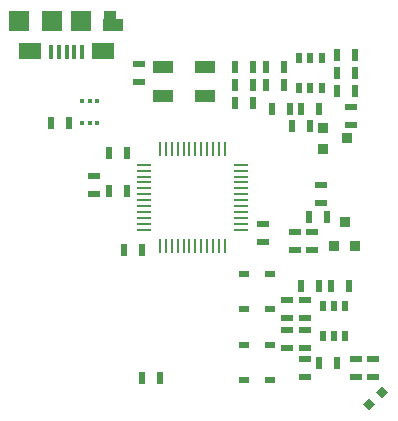
<source format=gbp>
G04 (created by PCBNEW (2013-07-07 BZR 4022)-stable) date 07/06/2014 15:45:15*
%MOIN*%
G04 Gerber Fmt 3.4, Leading zero omitted, Abs format*
%FSLAX34Y34*%
G01*
G70*
G90*
G04 APERTURE LIST*
%ADD10C,0.00590551*%
%ADD11R,0.065664X0.069408*%
%ADD12R,0.065664X0.039168*%
%ADD13R,0.069408X0.069408*%
%ADD14R,0.076992X0.05808*%
%ADD15R,0.012672X0.050496*%
%ADD16R,0.042912X0.069408*%
%ADD17R,0.024096X0.035424*%
%ADD18R,0.0408X0.0216*%
%ADD19R,0.03216X0.03216*%
%ADD20R,0.00892803X0.046752*%
%ADD21R,0.046752X0.00892803*%
%ADD22R,0.035424X0.020256*%
%ADD23R,0.0216X0.0408*%
%ADD24R,0.069408X0.039168*%
%ADD25R,0.012672X0.0168*%
G04 APERTURE END LIST*
G54D10*
G54D11*
X9980Y6477D03*
G54D12*
X13110Y6320D03*
G54D13*
X11083Y6477D03*
X12027Y6477D03*
G54D14*
X12775Y5473D03*
X10335Y5473D03*
G54D15*
X11555Y5414D03*
X11811Y5414D03*
X12067Y5414D03*
X11299Y5414D03*
X11043Y5414D03*
G54D16*
X12992Y6477D03*
G54D17*
X20097Y-4044D03*
X20472Y-4044D03*
X20847Y-4044D03*
X20847Y-3044D03*
X20472Y-3044D03*
X20097Y-3044D03*
X20058Y5225D03*
X19683Y5225D03*
X19308Y5225D03*
X19308Y4225D03*
X19683Y4225D03*
X20058Y4225D03*
G54D18*
X21772Y-5418D03*
X21772Y-4818D03*
G54D19*
X20112Y2909D03*
X20112Y2209D03*
X20912Y2559D03*
X20477Y-1030D03*
X21177Y-1030D03*
X20827Y-230D03*
G54D18*
X21024Y3607D03*
X21024Y3007D03*
G54D20*
X15256Y2205D03*
X15453Y2205D03*
X15650Y2205D03*
X15846Y2205D03*
X16043Y2205D03*
X14665Y2205D03*
X14862Y2205D03*
X15059Y2205D03*
G54D21*
X17362Y1674D03*
X17362Y1477D03*
X17362Y1280D03*
X17362Y1083D03*
X17362Y886D03*
X17362Y689D03*
X17362Y493D03*
X17362Y296D03*
G54D20*
X16831Y-1023D03*
X16634Y-1023D03*
X16437Y-1023D03*
X16240Y-1023D03*
X16043Y-1023D03*
X15846Y-1023D03*
X15650Y-1023D03*
X15453Y-1023D03*
G54D21*
X14134Y-492D03*
X14134Y-295D03*
X14134Y-98D03*
X14134Y99D03*
X14134Y296D03*
X14134Y493D03*
X14134Y689D03*
X14134Y886D03*
G54D20*
X16240Y2205D03*
X16437Y2205D03*
X16634Y2205D03*
X16831Y2205D03*
G54D21*
X17362Y99D03*
X17362Y-98D03*
X17362Y-295D03*
X17362Y-492D03*
G54D20*
X15256Y-1023D03*
X15059Y-1023D03*
X14862Y-1023D03*
X14665Y-1023D03*
G54D21*
X14134Y1083D03*
X14134Y1280D03*
X14134Y1477D03*
X14134Y1674D03*
G54D22*
X17480Y-5512D03*
X18346Y-5512D03*
X17480Y-4331D03*
X18346Y-4331D03*
X17480Y-3150D03*
X18346Y-3150D03*
X17480Y-1969D03*
X18346Y-1969D03*
G54D18*
X19724Y-1166D03*
X19724Y-566D03*
G54D23*
X20221Y-78D03*
X19621Y-78D03*
X19385Y-2363D03*
X19985Y-2363D03*
X13568Y787D03*
X12968Y787D03*
G54D18*
X18897Y-4435D03*
X18897Y-3835D03*
X19488Y-3450D03*
X19488Y-2850D03*
X18898Y-2850D03*
X18898Y-3450D03*
X19488Y-3835D03*
X19488Y-4435D03*
G54D23*
X20566Y4134D03*
X21166Y4134D03*
X19670Y2953D03*
X19070Y2953D03*
X18204Y4921D03*
X18804Y4921D03*
X18401Y3543D03*
X19001Y3543D03*
X14670Y-5433D03*
X14070Y-5433D03*
X17180Y4330D03*
X17780Y4330D03*
X17180Y3739D03*
X17780Y3739D03*
X13568Y2047D03*
X12968Y2047D03*
X14079Y-1181D03*
X13479Y-1181D03*
G54D18*
X18110Y-891D03*
X18110Y-291D03*
G54D23*
X17180Y4920D03*
X17780Y4920D03*
G54D18*
X13976Y5024D03*
X13976Y4424D03*
X12480Y684D03*
X12480Y1284D03*
X19173Y-566D03*
X19173Y-1166D03*
X21193Y-4818D03*
X21193Y-5418D03*
X20039Y410D03*
X20039Y1010D03*
G54D23*
X20969Y-2363D03*
X20369Y-2363D03*
G54D18*
X19488Y-4819D03*
X19488Y-5419D03*
G54D23*
X11039Y3071D03*
X11639Y3071D03*
X19976Y-4921D03*
X20576Y-4921D03*
X18804Y4331D03*
X18204Y4331D03*
X19983Y3544D03*
X19383Y3544D03*
X20566Y5315D03*
X21166Y5315D03*
X21166Y4725D03*
X20566Y4725D03*
G54D24*
X14763Y3957D03*
X16181Y3957D03*
X14763Y4941D03*
X16181Y4941D03*
G54D25*
X12579Y3051D03*
X12067Y3051D03*
X12323Y3799D03*
X12323Y3051D03*
X12067Y3799D03*
X12579Y3799D03*
G54D10*
G36*
X22058Y-5697D02*
X22254Y-5893D01*
X22058Y-6089D01*
X21862Y-5893D01*
X22058Y-5697D01*
X22058Y-5697D01*
G37*
G36*
X21641Y-6114D02*
X21837Y-6310D01*
X21641Y-6506D01*
X21445Y-6310D01*
X21641Y-6114D01*
X21641Y-6114D01*
G37*
M02*

</source>
